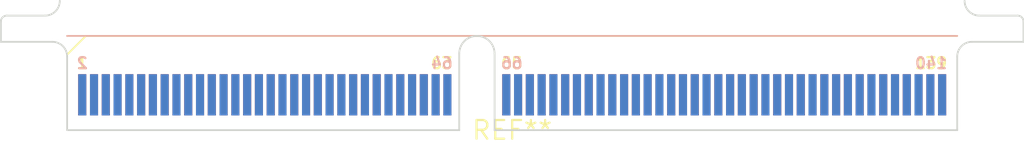
<source format=kicad_pcb>
(kicad_pcb (version 20240108) (generator pcbnew)
  (layers (0 "F.Cu" signal) (31 "B.Cu" signal) (34 "B.Paste" user) (35 "F.Paste" user) (36 "B.SilkS" user "B.Silkscreen") (37 "F.SilkS" user "F.Silkscreen") (38 "B.Mask" user) (39 "F.Mask" user) (44 "Edge.Cuts" user))
  (net 0 "")
  (footprint "Samtec_HSEC8-170-X-X-DV-BL_2x70_P0.8mm_Edge" (layer "F.Cu") (at 0 0)
    (property "Reference" "REF**")
    (property "Value" "Samtec_HSEC8-170-X-X-DV-BL_2x70_P0.8mm_Edge")
    (fp_line (start -30.225 -6.4) (end -30.225 -6.4) (layer "B.SilkS") (stroke (width 0.12)))
    (fp_line (start -30.225 -6.4) (end 30.225 -6.4) (layer "B.SilkS") (stroke (width 0.12)))
    (fp_line (start -30.225 -5.13) (end -28.955 -6.4) (layer "F.SilkS") (stroke (width 0.12)))
    (fp_line (start -28.955 -6.4) (end 30.225 -6.4) (layer "F.SilkS") (stroke (width 0.12)))
    (fp_line (start -34.725 -6) (end -34.725 -7.38) (layer "Edge.Cuts") (stroke (width 0.12)))
    (fp_line (start -34.325 -7.78) (end -31.725 -7.78) (layer "Edge.Cuts") (stroke (width 0.12)))
    (fp_line (start -31.225 -6) (end -34.725 -6) (layer "Edge.Cuts") (stroke (width 0.12)))
    (fp_line (start -30.225 -5) (end -30.225 0) (layer "Edge.Cuts") (stroke (width 0.12)))
    (fp_line (start -30.225 0) (end -3.595 0) (layer "Edge.Cuts") (stroke (width 0.12)))
    (fp_line (start -3.595 0) (end -3.595 -5.2) (layer "Edge.Cuts") (stroke (width 0.12)))
    (fp_line (start -1.195 -5.2) (end -1.195 0) (layer "Edge.Cuts") (stroke (width 0.12)))
    (fp_line (start -1.195 0) (end 30.225 0) (layer "Edge.Cuts") (stroke (width 0.12)))
    (fp_line (start 30.225 0) (end 30.225 -5) (layer "Edge.Cuts") (stroke (width 0.12)))
    (fp_line (start 31.225 -6) (end 34.725 -6) (layer "Edge.Cuts") (stroke (width 0.12)))
    (fp_line (start 34.325 -7.78) (end 31.725 -7.78) (layer "Edge.Cuts") (stroke (width 0.12)))
    (fp_line (start 34.725 -6) (end 34.725 -7.38) (layer "Edge.Cuts") (stroke (width 0.12)))
    (fp_arc (start -34.725 -7.38) (mid -34.607843 -7.662843) (end -34.325 -7.78) (layer "Edge.Cuts") (stroke (width 0.12)))
    (fp_arc (start -31.225 -6) (mid -30.517893 -5.707107) (end -30.225 -5) (layer "Edge.Cuts") (stroke (width 0.12)))
    (fp_arc (start -30.725 -8.78) (mid -31.017893 -8.072893) (end -31.725 -7.78) (layer "Edge.Cuts") (stroke (width 0.12)))
    (fp_arc (start -3.595 -5.2) (mid -2.395 -6.4) (end -1.195 -5.2) (layer "Edge.Cuts") (stroke (width 0.12)))
    (fp_arc (start 30.225 -5) (mid 30.517893 -5.707107) (end 31.225 -6) (layer "Edge.Cuts") (stroke (width 0.12)))
    (fp_arc (start 31.725 -7.78) (mid 31.017893 -8.072893) (end 30.725 -8.78) (layer "Edge.Cuts") (stroke (width 0.12)))
    (fp_arc (start 34.325 -7.78) (mid 34.607843 -7.662843) (end 34.725 -7.38) (layer "Edge.Cuts") (stroke (width 0.12)))
    (fp_text user "66" (at -0.025 -4.55 0) (layer "B.SilkS") (effects (font (size 0.75 0.75)) (justify mirror)))
    (fp_text user "64" (at -4.775 -4.55 0) (layer "B.SilkS") (effects (font (size 0.75 0.75)) (justify mirror)))
    (fp_text user "140" (at 28.45 -4.55 0) (layer "B.SilkS") (effects (font (size 0.75 0.75)) (justify mirror)))
    (fp_text user "2" (at -29.2 -4.55 0) (layer "B.SilkS") (effects (font (size 0.75 0.75)) (justify mirror)))
    (fp_text user "139" (at 28.45 -4.55 0) (layer "F.SilkS") (effects (font (size 0.75 0.75))))
    (fp_text user "63" (at -4.775 -4.55 0) (layer "F.SilkS") (effects (font (size 0.75 0.75))))
    (fp_text user "65" (at -0.025 -4.55 0) (layer "F.SilkS") (effects (font (size 0.75 0.75))))
    (fp_text user "1" (at -29.2 -4.55 0) (layer "F.SilkS") (effects (font (size 0.75 0.75))))
    (pad "1" connect rect (at -29.2 -2.4) (size 0.55 2.8) (layers "F.Cu" "F.Mask"))
    (pad "2" connect rect (at -29.2 -2.4) (size 0.55 2.8) (layers "B.Cu" "B.Mask"))
    (pad "3" connect rect (at -28.4 -2.4) (size 0.55 2.8) (layers "F.Cu" "F.Mask"))
    (pad "4" connect rect (at -28.4 -2.4) (size 0.55 2.8) (layers "B.Cu" "B.Mask"))
    (pad "5" connect rect (at -27.6 -2.4) (size 0.55 2.8) (layers "F.Cu" "F.Mask"))
    (pad "6" connect rect (at -27.6 -2.4) (size 0.55 2.8) (layers "B.Cu" "B.Mask"))
    (pad "7" connect rect (at -26.8 -2.4) (size 0.55 2.8) (layers "F.Cu" "F.Mask"))
    (pad "8" connect rect (at -26.8 -2.4) (size 0.55 2.8) (layers "B.Cu" "B.Mask"))
    (pad "9" connect rect (at -26 -2.4) (size 0.55 2.8) (layers "F.Cu" "F.Mask"))
    (pad "10" connect rect (at -26 -2.4) (size 0.55 2.8) (layers "B.Cu" "B.Mask"))
    (pad "11" connect rect (at -25.2 -2.4) (size 0.55 2.8) (layers "F.Cu" "F.Mask"))
    (pad "12" connect rect (at -25.2 -2.4) (size 0.55 2.8) (layers "B.Cu" "B.Mask"))
    (pad "13" connect rect (at -24.4 -2.4) (size 0.55 2.8) (layers "F.Cu" "F.Mask"))
    (pad "14" connect rect (at -24.4 -2.4) (size 0.55 2.8) (layers "B.Cu" "B.Mask"))
    (pad "15" connect rect (at -23.6 -2.4) (size 0.55 2.8) (layers "F.Cu" "F.Mask"))
    (pad "16" connect rect (at -23.6 -2.4) (size 0.55 2.8) (layers "B.Cu" "B.Mask"))
    (pad "17" connect rect (at -22.8 -2.4) (size 0.55 2.8) (layers "F.Cu" "F.Mask"))
    (pad "18" connect rect (at -22.8 -2.4) (size 0.55 2.8) (layers "B.Cu" "B.Mask"))
    (pad "19" connect rect (at -22 -2.4) (size 0.55 2.8) (layers "F.Cu" "F.Mask"))
    (pad "20" connect rect (at -22 -2.4) (size 0.55 2.8) (layers "B.Cu" "B.Mask"))
    (pad "21" connect rect (at -21.2 -2.4) (size 0.55 2.8) (layers "F.Cu" "F.Mask"))
    (pad "22" connect rect (at -21.2 -2.4) (size 0.55 2.8) (layers "B.Cu" "B.Mask"))
    (pad "23" connect rect (at -20.4 -2.4) (size 0.55 2.8) (layers "F.Cu" "F.Mask"))
    (pad "24" connect rect (at -20.4 -2.4) (size 0.55 2.8) (layers "B.Cu" "B.Mask"))
    (pad "25" connect rect (at -19.6 -2.4) (size 0.55 2.8) (layers "F.Cu" "F.Mask"))
    (pad "26" connect rect (at -19.6 -2.4) (size 0.55 2.8) (layers "B.Cu" "B.Mask"))
    (pad "27" connect rect (at -18.8 -2.4) (size 0.55 2.8) (layers "F.Cu" "F.Mask"))
    (pad "28" connect rect (at -18.8 -2.4) (size 0.55 2.8) (layers "B.Cu" "B.Mask"))
    (pad "29" connect rect (at -18 -2.4) (size 0.55 2.8) (layers "F.Cu" "F.Mask"))
    (pad "30" connect rect (at -18 -2.4) (size 0.55 2.8) (layers "B.Cu" "B.Mask"))
    (pad "31" connect rect (at -17.2 -2.4) (size 0.55 2.8) (layers "F.Cu" "F.Mask"))
    (pad "32" connect rect (at -17.2 -2.4) (size 0.55 2.8) (layers "B.Cu" "B.Mask"))
    (pad "33" connect rect (at -16.4 -2.4) (size 0.55 2.8) (layers "F.Cu" "F.Mask"))
    (pad "34" connect rect (at -16.4 -2.4) (size 0.55 2.8) (layers "B.Cu" "B.Mask"))
    (pad "35" connect rect (at -15.6 -2.4) (size 0.55 2.8) (layers "F.Cu" "F.Mask"))
    (pad "36" connect rect (at -15.6 -2.4) (size 0.55 2.8) (layers "B.Cu" "B.Mask"))
    (pad "37" connect rect (at -14.8 -2.4) (size 0.55 2.8) (layers "F.Cu" "F.Mask"))
    (pad "38" connect rect (at -14.8 -2.4) (size 0.55 2.8) (layers "B.Cu" "B.Mask"))
    (pad "39" connect rect (at -14 -2.4) (size 0.55 2.8) (layers "F.Cu" "F.Mask"))
    (pad "40" connect rect (at -14 -2.4) (size 0.55 2.8) (layers "B.Cu" "B.Mask"))
    (pad "41" connect rect (at -13.2 -2.4) (size 0.55 2.8) (layers "F.Cu" "F.Mask"))
    (pad "42" connect rect (at -13.2 -2.4) (size 0.55 2.8) (layers "B.Cu" "B.Mask"))
    (pad "43" connect rect (at -12.4 -2.4) (size 0.55 2.8) (layers "F.Cu" "F.Mask"))
    (pad "44" connect rect (at -12.4 -2.4) (size 0.55 2.8) (layers "B.Cu" "B.Mask"))
    (pad "45" connect rect (at -11.6 -2.4) (size 0.55 2.8) (layers "F.Cu" "F.Mask"))
    (pad "46" connect rect (at -11.6 -2.4) (size 0.55 2.8) (layers "B.Cu" "B.Mask"))
    (pad "47" connect rect (at -10.8 -2.4) (size 0.55 2.8) (layers "F.Cu" "F.Mask"))
    (pad "48" connect rect (at -10.8 -2.4) (size 0.55 2.8) (layers "B.Cu" "B.Mask"))
    (pad "49" connect rect (at -10 -2.4) (size 0.55 2.8) (layers "F.Cu" "F.Mask"))
    (pad "50" connect rect (at -10 -2.4) (size 0.55 2.8) (layers "B.Cu" "B.Mask"))
    (pad "51" connect rect (at -9.2 -2.4) (size 0.55 2.8) (layers "F.Cu" "F.Mask"))
    (pad "52" connect rect (at -9.2 -2.4) (size 0.55 2.8) (layers "B.Cu" "B.Mask"))
    (pad "53" connect rect (at -8.4 -2.4) (size 0.55 2.8) (layers "F.Cu" "F.Mask"))
    (pad "54" connect rect (at -8.4 -2.4) (size 0.55 2.8) (layers "B.Cu" "B.Mask"))
    (pad "55" connect rect (at -7.6 -2.4) (size 0.55 2.8) (layers "F.Cu" "F.Mask"))
    (pad "56" connect rect (at -7.6 -2.4) (size 0.55 2.8) (layers "B.Cu" "B.Mask"))
    (pad "57" connect rect (at -6.8 -2.4) (size 0.55 2.8) (layers "F.Cu" "F.Mask"))
    (pad "58" connect rect (at -6.8 -2.4) (size 0.55 2.8) (layers "B.Cu" "B.Mask"))
    (pad "59" connect rect (at -6 -2.4) (size 0.55 2.8) (layers "F.Cu" "F.Mask"))
    (pad "60" connect rect (at -6 -2.4) (size 0.55 2.8) (layers "B.Cu" "B.Mask"))
    (pad "61" connect rect (at -5.2 -2.4) (size 0.55 2.8) (layers "F.Cu" "F.Mask"))
    (pad "62" connect rect (at -5.2 -2.4) (size 0.55 2.8) (layers "B.Cu" "B.Mask"))
    (pad "63" connect rect (at -4.4 -2.4) (size 0.55 2.8) (layers "F.Cu" "F.Mask"))
    (pad "64" connect rect (at -4.4 -2.4) (size 0.55 2.8) (layers "B.Cu" "B.Mask"))
    (pad "65" connect rect (at -0.4 -2.4) (size 0.55 2.8) (layers "F.Cu" "F.Mask"))
    (pad "66" connect rect (at -0.4 -2.4) (size 0.55 2.8) (layers "B.Cu" "B.Mask"))
    (pad "67" connect rect (at 0.4 -2.4) (size 0.55 2.8) (layers "F.Cu" "F.Mask"))
    (pad "68" connect rect (at 0.4 -2.4) (size 0.55 2.8) (layers "B.Cu" "B.Mask"))
    (pad "69" connect rect (at 1.2 -2.4) (size 0.55 2.8) (layers "F.Cu" "F.Mask"))
    (pad "70" connect rect (at 1.2 -2.4) (size 0.55 2.8) (layers "B.Cu" "B.Mask"))
    (pad "71" connect rect (at 2 -2.4) (size 0.55 2.8) (layers "F.Cu" "F.Mask"))
    (pad "72" connect rect (at 2 -2.4) (size 0.55 2.8) (layers "B.Cu" "B.Mask"))
    (pad "73" connect rect (at 2.8 -2.4) (size 0.55 2.8) (layers "F.Cu" "F.Mask"))
    (pad "74" connect rect (at 2.8 -2.4) (size 0.55 2.8) (layers "B.Cu" "B.Mask"))
    (pad "75" connect rect (at 3.6 -2.4) (size 0.55 2.8) (layers "F.Cu" "F.Mask"))
    (pad "76" connect rect (at 3.6 -2.4) (size 0.55 2.8) (layers "B.Cu" "B.Mask"))
    (pad "77" connect rect (at 4.4 -2.4) (size 0.55 2.8) (layers "F.Cu" "F.Mask"))
    (pad "78" connect rect (at 4.4 -2.4) (size 0.55 2.8) (layers "B.Cu" "B.Mask"))
    (pad "79" connect rect (at 5.2 -2.4) (size 0.55 2.8) (layers "F.Cu" "F.Mask"))
    (pad "80" connect rect (at 5.2 -2.4) (size 0.55 2.8) (layers "B.Cu" "B.Mask"))
    (pad "81" connect rect (at 6 -2.4) (size 0.55 2.8) (layers "F.Cu" "F.Mask"))
    (pad "82" connect rect (at 6 -2.4) (size 0.55 2.8) (layers "B.Cu" "B.Mask"))
    (pad "83" connect rect (at 6.8 -2.4) (size 0.55 2.8) (layers "F.Cu" "F.Mask"))
    (pad "84" connect rect (at 6.8 -2.4) (size 0.55 2.8) (layers "B.Cu" "B.Mask"))
    (pad "85" connect rect (at 7.6 -2.4) (size 0.55 2.8) (layers "F.Cu" "F.Mask"))
    (pad "86" connect rect (at 7.6 -2.4) (size 0.55 2.8) (layers "B.Cu" "B.Mask"))
    (pad "87" connect rect (at 8.4 -2.4) (size 0.55 2.8) (layers "F.Cu" "F.Mask"))
    (pad "88" connect rect (at 8.4 -2.4) (size 0.55 2.8) (layers "B.Cu" "B.Mask"))
    (pad "89" connect rect (at 9.2 -2.4) (size 0.55 2.8) (layers "F.Cu" "F.Mask"))
    (pad "90" connect rect (at 9.2 -2.4) (size 0.55 2.8) (layers "B.Cu" "B.Mask"))
    (pad "91" connect rect (at 10 -2.4) (size 0.55 2.8) (layers "F.Cu" "F.Mask"))
    (pad "92" connect rect (at 10 -2.4) (size 0.55 2.8) (layers "B.Cu" "B.Mask"))
    (pad "93" connect rect (at 10.8 -2.4) (size 0.55 2.8) (layers "F.Cu" "F.Mask"))
    (pad "94" connect rect (at 10.8 -2.4) (size 0.55 2.8) (layers "B.Cu" "B.Mask"))
    (pad "95" connect rect (at 11.6 -2.4) (size 0.55 2.8) (layers "F.Cu" "F.Mask"))
    (pad "96" connect rect (at 11.6 -2.4) (size 0.55 2.8) (layers "B.Cu" "B.Mask"))
    (pad "97" connect rect (at 12.4 -2.4) (size 0.55 2.8) (layers "F.Cu" "F.Mask"))
    (pad "98" connect rect (at 12.4 -2.4) (size 0.55 2.8) (layers "B.Cu" "B.Mask"))
    (pad "99" connect rect (at 13.2 -2.4) (size 0.55 2.8) (layers "F.Cu" "F.Mask"))
    (pad "100" connect rect (at 13.2 -2.4) (size 0.55 2.8) (layers "B.Cu" "B.Mask"))
    (pad "101" connect rect (at 14 -2.4) (size 0.55 2.8) (layers "F.Cu" "F.Mask"))
    (pad "102" connect rect (at 14 -2.4) (size 0.55 2.8) (layers "B.Cu" "B.Mask"))
    (pad "103" connect rect (at 14.8 -2.4) (size 0.55 2.8) (layers "F.Cu" "F.Mask"))
    (pad "104" connect rect (at 14.8 -2.4) (size 0.55 2.8) (layers "B.Cu" "B.Mask"))
    (pad "105" connect rect (at 15.6 -2.4) (size 0.55 2.8) (layers "F.Cu" "F.Mask"))
    (pad "106" connect rect (at 15.6 -2.4) (size 0.55 2.8) (layers "B.Cu" "B.Mask"))
    (pad "107" connect rect (at 16.4 -2.4) (size 0.55 2.8) (layers "F.Cu" "F.Mask"))
    (pad "108" connect rect (at 16.4 -2.4) (size 0.55 2.8) (layers "B.Cu" "B.Mask"))
    (pad "109" connect rect (at 17.2 -2.4) (size 0.55 2.8) (layers "F.Cu" "F.Mask"))
    (pad "110" connect rect (at 17.2 -2.4) (size 0.55 2.8) (layers "B.Cu" "B.Mask"))
    (pad "111" connect rect (at 18 -2.4) (size 0.55 2.8) (layers "F.Cu" "F.Mask"))
    (pad "112" connect rect (at 18 -2.4) (size 0.55 2.8) (layers "B.Cu" "B.Mask"))
    (pad "113" connect rect (at 18.8 -2.4) (size 0.55 2.8) (layers "F.Cu" "F.Mask"))
    (pad "114" connect rect (at 18.8 -2.4) (size 0.55 2.8) (layers "B.Cu" "B.Mask"))
    (pad "115" connect rect (at 19.6 -2.4) (size 0.55 2.8) (layers "F.Cu" "F.Mask"))
    (pad "116" connect rect (at 19.6 -2.4) (size 0.55 2.8) (layers "B.Cu" "B.Mask"))
    (pad "117" connect rect (at 20.4 -2.4) (size 0.55 2.8) (layers "F.Cu" "F.Mask"))
    (pad "118" connect rect (at 20.4 -2.4) (size 0.55 2.8) (layers "B.Cu" "B.Mask"))
    (pad "119" connect rect (at 21.2 -2.4) (size 0.55 2.8) (layers "F.Cu" "F.Mask"))
    (pad "120" connect rect (at 21.2 -2.4) (size 0.55 2.8) (layers "B.Cu" "B.Mask"))
    (pad "121" connect rect (at 22 -2.4) (size 0.55 2.8) (layers "F.Cu" "F.Mask"))
    (pad "122" connect rect (at 22 -2.4) (size 0.55 2.8) (layers "B.Cu" "B.Mask"))
    (pad "123" connect rect (at 22.8 -2.4) (size 0.55 2.8) (layers "F.Cu" "F.Mask"))
    (pad "124" connect rect (at 22.8 -2.4) (size 0.55 2.8) (layers "B.Cu" "B.Mask"))
    (pad "125" connect rect (at 23.6 -2.4) (size 0.55 2.8) (layers "F.Cu" "F.Mask"))
    (pad "126" connect rect (at 23.6 -2.4) (size 0.55 2.8) (layers "B.Cu" "B.Mask"))
    (pad "127" connect rect (at 24.4 -2.4) (size 0.55 2.8) (layers "F.Cu" "F.Mask"))
    (pad "128" connect rect (at 24.4 -2.4) (size 0.55 2.8) (layers "B.Cu" "B.Mask"))
    (pad "129" connect rect (at 25.2 -2.4) (size 0.55 2.8) (layers "F.Cu" "F.Mask"))
    (pad "130" connect rect (at 25.2 -2.4) (size 0.55 2.8) (layers "B.Cu" "B.Mask"))
    (pad "131" connect rect (at 26 -2.4) (size 0.55 2.8) (layers "F.Cu" "F.Mask"))
    (pad "132" connect rect (at 26 -2.4) (size 0.55 2.8) (layers "B.Cu" "B.Mask"))
    (pad "133" connect rect (at 26.8 -2.4) (size 0.55 2.8) (layers "F.Cu" "F.Mask"))
    (pad "134" connect rect (at 26.8 -2.4) (size 0.55 2.8) (layers "B.Cu" "B.Mask"))
    (pad "135" connect rect (at 27.6 -2.4) (size 0.55 2.8) (layers "F.Cu" "F.Mask"))
    (pad "136" connect rect (at 27.6 -2.4) (size 0.55 2.8) (layers "B.Cu" "B.Mask"))
    (pad "137" connect rect (at 28.4 -2.4) (size 0.55 2.8) (layers "F.Cu" "F.Mask"))
    (pad "138" connect rect (at 28.4 -2.4) (size 0.55 2.8) (layers "B.Cu" "B.Mask"))
    (pad "139" connect rect (at 29.2 -2.4) (size 0.55 2.8) (layers "F.Cu" "F.Mask"))
    (pad "140" connect rect (at 29.2 -2.4) (size 0.55 2.8) (layers "B.Cu" "B.Mask"))
  )
)
</source>
